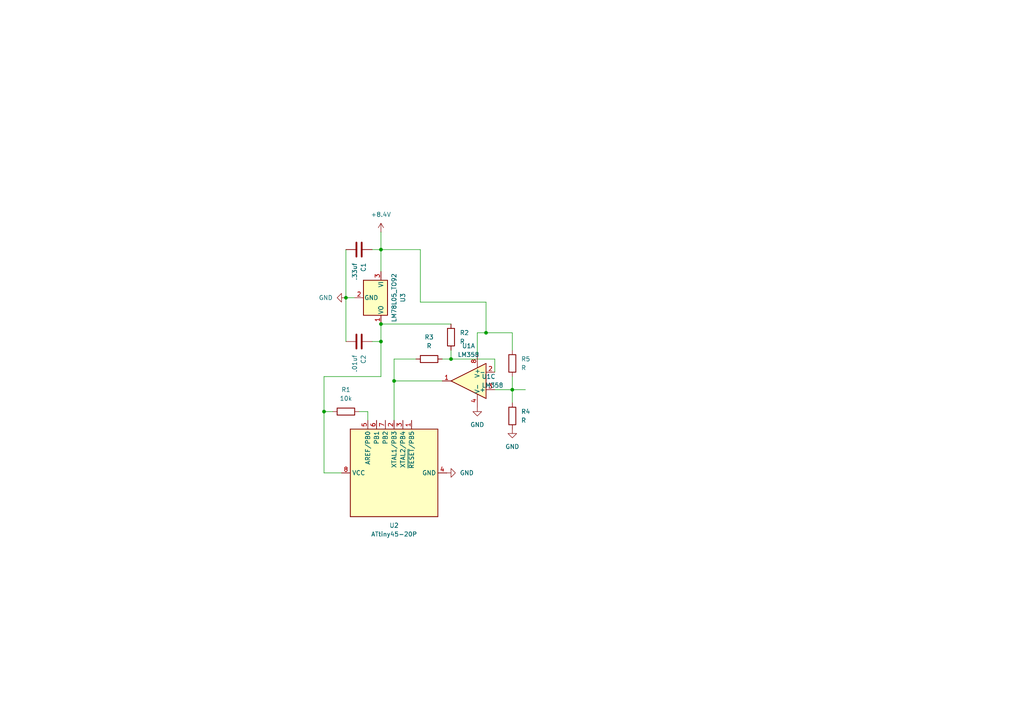
<source format=kicad_sch>
(kicad_sch (version 20231120) (generator "eeschema") (generator_version "8.0")
  (paper "A4")
  (lib_symbols
    (symbol "Amplifier_Operational:LM358" (pin_names (offset 0.127))
      (property "Reference" "U" (at 0 5.08 0))
      (property "Value" "LM358" (at 0 -5.08 0))
      (symbol "LM358_1_1"
        (polyline (pts (xy -5.08 5.08) (xy 5.08 0) (xy -5.08 -5.08) (xy -5.08 5.08)) (stroke (width 0.254)) (fill (type background)))
        (pin output line (at 7.62 0 180) (length 2.54) (name "~") (number "1"))
        (pin input line (at -7.62 -2.54 0) (length 2.54) (name "-") (number "2"))
        (pin input line (at -7.62 2.54 0) (length 2.54) (name "+") (number "3"))
      )
      (symbol "LM358_2_1"
        (polyline (pts (xy -5.08 5.08) (xy 5.08 0) (xy -5.08 -5.08) (xy -5.08 5.08)) (stroke (width 0.254)) (fill (type background)))
        (pin input line (at -7.62 2.54 0) (length 2.54) (name "+") (number "5"))
        (pin input line (at -7.62 -2.54 0) (length 2.54) (name "-") (number "6"))
        (pin output line (at 7.62 0 180) (length 2.54) (name "~") (number "7"))
      )
      (symbol "LM358_3_1"
        (pin power_in line (at -2.54 -7.62 90) (length 3.81) (name "V-") (number "4"))
        (pin power_in line (at -2.54 7.62 270) (length 3.81) (name "V+") (number "8"))
      )
    )
    (symbol "Device:C" (pin_numbers hide) (pin_names (offset 0.254))
      (property "Reference" "C" (at 0.635 2.54 0))
      (property "Value" "C" (at 0.635 -2.54 0))
      (symbol "C_0_1"
        (polyline (pts (xy -2.032 -0.762) (xy 2.032 -0.762)) (stroke (width 0.508)))
        (polyline (pts (xy -2.032 0.762) (xy 2.032 0.762)) (stroke (width 0.508)))
      )
      (symbol "C_1_1"
        (pin passive line (at 0 3.81 270) (length 2.794) (name "~") (number "1"))
        (pin passive line (at 0 -3.81 90) (length 2.794) (name "~") (number "2"))
      )
    )
    (symbol "Device:R" (pin_numbers hide) (pin_names (offset 0))
      (property "Reference" "R" (at 2.032 0 90))
      (property "Value" "R" (at 0 0 90))
      (symbol "R_0_1"
        (rectangle (start -1.016 -2.54) (end 1.016 2.54) (stroke (width 0.254)))
      )
      (symbol "R_1_1"
        (pin passive line (at 0 3.81 270) (length 1.27) (name "~") (number "1"))
        (pin passive line (at 0 -3.81 90) (length 1.27) (name "~") (number "2"))
      )
    )
    (symbol "LM358_1" (pin_names (offset 0.127))
      (property "Reference" "U" (at 0 5.08 0))
      (property "Value" "LM358" (at 0 -5.08 0))
      (symbol "LM358_1_1_1"
        (polyline (pts (xy -5.08 5.08) (xy 5.08 0) (xy -5.08 -5.08) (xy -5.08 5.08)) (stroke (width 0.254)) (fill (type background)))
        (pin output line (at 7.62 0 180) (length 2.54) (name "~") (number "1"))
        (pin input line (at -7.62 -2.54 0) (length 2.54) (name "-") (number "2"))
        (pin input line (at -7.62 2.54 0) (length 2.54) (name "+") (number "3"))
      )
      (symbol "LM358_1_2_1"
        (polyline (pts (xy -5.08 5.08) (xy 5.08 0) (xy -5.08 -5.08) (xy -5.08 5.08)) (stroke (width 0.254)) (fill (type background)))
        (pin input line (at -7.62 2.54 0) (length 2.54) (name "+") (number "5"))
        (pin input line (at -7.62 -2.54 0) (length 2.54) (name "-") (number "6"))
        (pin output line (at 7.62 0 180) (length 2.54) (name "~") (number "7"))
      )
      (symbol "LM358_1_3_1"
        (pin power_in line (at -2.54 -7.62 90) (length 3.81) (name "V-") (number "4"))
        (pin power_in line (at -2.54 7.62 270) (length 3.81) (name "V+") (number "8"))
      )
    )
    (symbol "MCU_Microchip_ATtiny:ATtiny45-20P"
      (property "Reference" "U" (at -12.7 13.97 0))
      (property "Value" "ATtiny45-20P" (at 2.54 -13.97 0))
      (symbol "ATtiny45-20P_0_1"
        (rectangle (start -12.7 -12.7) (end 12.7 12.7) (stroke (width 0.254)) (fill (type background)))
      )
      (symbol "ATtiny45-20P_1_1"
        (pin bidirectional line (at 15.24 -5.08 180) (length 2.54) (name "~{RESET}/PB5") (number "1"))
        (pin bidirectional line (at 15.24 0 180) (length 2.54) (name "XTAL1/PB3") (number "2"))
        (pin bidirectional line (at 15.24 -2.54 180) (length 2.54) (name "XTAL2/PB4") (number "3"))
        (pin power_in line (at 0 -15.24 90) (length 2.54) (name "GND") (number "4"))
        (pin bidirectional line (at 15.24 7.62 180) (length 2.54) (name "AREF/PB0") (number "5"))
        (pin bidirectional line (at 15.24 5.08 180) (length 2.54) (name "PB1") (number "6"))
        (pin bidirectional line (at 15.24 2.54 180) (length 2.54) (name "PB2") (number "7"))
        (pin power_in line (at 0 15.24 270) (length 2.54) (name "VCC") (number "8"))
      )
    )
    (symbol "Regulator_Linear:LM78L05_TO92" (pin_names (offset 0.254))
      (property "Reference" "U" (at -3.81 3.175 0))
      (property "Value" "LM78L05_TO92" (at 0 3.175 0))
      (symbol "LM78L05_TO92_0_1"
        (rectangle (start -5.08 -5.08) (end 5.08 1.905) (stroke (width 0.254)) (fill (type background)))
      )
      (symbol "LM78L05_TO92_1_1"
        (pin power_out line (at 7.62 0 180) (length 2.54) (name "VO") (number "1"))
        (pin power_in line (at 0 -7.62 90) (length 2.54) (name "GND") (number "2"))
        (pin power_in line (at -7.62 0 0) (length 2.54) (name "VI") (number "3"))
      )
    )
    (symbol "power:+8V" (power) (pin_numbers hide) (pin_names (offset 0) hide)
      (property "Value" "+8V" (at 0 3.556 0))
      (symbol "+8V_0_1"
        (polyline (pts (xy -0.762 1.27) (xy 0 2.54)))
        (polyline (pts (xy 0 0) (xy 0 2.54)))
        (polyline (pts (xy 0 2.54) (xy 0.762 1.27)))
      )
      (symbol "+8V_1_1"
        (pin power_in line (at 0 0 90) (length 0) (name "~") (number "1"))
      )
    )
    (symbol "power:GND" (power) (pin_numbers hide) (pin_names (offset 0) hide)
      (property "Value" "GND" (at 0 -3.81 0))
      (symbol "GND_0_1"
        (polyline (pts (xy 0 0) (xy 0 -1.27) (xy 1.27 -1.27) (xy 0 -2.54) (xy -1.27 -1.27) (xy 0 -1.27)))
      )
      (symbol "GND_1_1"
        (pin power_in line (at 0 0 270) (length 0) (name "~") (number "1"))
      )
    )
  )
  (junction (at 114.3 110.49))
  (junction (at 100.33 86.36))
  (junction (at 130.81 104.14))
  (junction (at 110.49 99.06))
  (junction (at 148.59 113.03))
  (junction (at 93.98 119.38))
  (junction (at 110.49 93.98))
  (junction (at 140.97 96.52))
  (junction (at 110.49 72.39))
  (wire (pts (xy 110.49 72.39) (xy 107.95 72.39)))
  (wire (pts (xy 110.49 78.74) (xy 110.49 72.39)))
  (wire (pts (xy 100.33 86.36) (xy 100.33 99.06)))
  (wire (pts (xy 110.49 109.22) (xy 93.98 109.22)))
  (wire (pts (xy 93.98 109.22) (xy 93.98 119.38)))
  (wire (pts (xy 140.97 96.52) (xy 148.59 96.52)))
  (wire (pts (xy 130.81 101.6) (xy 130.81 104.14)))
  (wire (pts (xy 128.27 104.14) (xy 130.81 104.14)))
  (wire (pts (xy 104.14 119.38) (xy 106.68 119.38)))
  (wire (pts (xy 102.87 86.36) (xy 100.33 86.36)))
  (wire (pts (xy 148.59 96.52) (xy 148.59 101.6)))
  (wire (pts (xy 110.49 93.98) (xy 110.49 99.06)))
  (wire (pts (xy 128.27 110.49) (xy 114.3 110.49)))
  (wire (pts (xy 143.51 104.14) (xy 143.51 107.95)))
  (wire (pts (xy 93.98 119.38) (xy 96.52 119.38)))
  (wire (pts (xy 93.98 137.16) (xy 99.06 137.16)))
  (wire (pts (xy 140.97 87.63) (xy 140.97 96.52)))
  (wire (pts (xy 110.49 72.39) (xy 121.92 72.39)))
  (wire (pts (xy 121.92 72.39) (xy 121.92 87.63)))
  (wire (pts (xy 110.49 93.98) (xy 130.81 93.98)))
  (wire (pts (xy 106.68 119.38) (xy 106.68 121.92)))
  (wire (pts (xy 93.98 119.38) (xy 93.98 137.16)))
  (wire (pts (xy 114.3 110.49) (xy 114.3 121.92)))
  (wire (pts (xy 130.81 104.14) (xy 143.51 104.14)))
  (wire (pts (xy 120.65 104.14) (xy 114.3 104.14)))
  (wire (pts (xy 148.59 113.03) (xy 148.59 116.84)))
  (wire (pts (xy 143.51 113.03) (xy 148.59 113.03)))
  (wire (pts (xy 148.59 109.22) (xy 148.59 113.03)))
  (wire (pts (xy 138.43 102.87) (xy 138.43 96.52)))
  (wire (pts (xy 114.3 104.14) (xy 114.3 110.49)))
  (wire (pts (xy 148.59 113.03) (xy 152.4 113.03)))
  (wire (pts (xy 138.43 96.52) (xy 140.97 96.52)))
  (wire (pts (xy 110.49 99.06) (xy 110.49 109.22)))
  (wire (pts (xy 100.33 72.39) (xy 100.33 86.36)))
  (wire (pts (xy 110.49 67.31) (xy 110.49 72.39)))
  (wire (pts (xy 121.92 87.63) (xy 140.97 87.63)))
  (wire (pts (xy 110.49 99.06) (xy 107.95 99.06)))
  (symbol (lib_id "power:GND") (at 138.43 118.11 0) (unit 1)
    (property "Reference" "#PWR01" (effects (hide yes)))
    (property "Value" "GND" (at 138.43 123.19 0))
    (property "Description" "Power symbol creates a global label with name \"GND\" , ground" (effects (hide yes)))
  )
  (symbol (lib_id "power:GND") (at 129.54 137.16 90) (unit 1)
    (property "Reference" "#PWR05" (effects (hide yes)))
    (property "Value" "GND" (at 133.35 137.1599 90) (effects (justify right)))
    (property "Description" "Power symbol creates a global label with name \"GND\" , ground" (effects (hide yes)))
  )
  (symbol (lib_id "Device:R") (at 148.59 105.41 180) (unit 1)
    (property "Reference" "R5" (at 151.13 104.1399 0) (effects (justify right)))
    (property "Value" "R" (at 151.13 106.6799 0) (effects (justify right)))
    (property "Description" "Resistor" (effects (hide yes)))
  )
  (symbol (lib_id "power:+8V") (at 110.49 67.31 0) (unit 1)
    (property "Reference" "#PWR04" (effects (hide yes)))
    (property "Value" "+8.4V" (at 110.49 62.23 0))
    (property "Description" "Power symbol creates a global label with name \"+8V\"" (effects (hide yes)))
  )
  (symbol (lib_id "Device:C") (at 104.14 72.39 270) (unit 1)
    (property "Reference" "C1" (at 105.4101 76.2 0) (effects (justify left)))
    (property "Value" ".33uf" (at 102.8701 76.2 0) (effects (justify left)))
    (property "Description" "Unpolarized capacitor" (effects (hide yes)))
  )
  (symbol (lib_id "power:GND") (at 148.59 124.46 0) (unit 1)
    (property "Reference" "#PWR03" (effects (hide yes)))
    (property "Value" "GND" (at 148.59 129.54 0))
    (property "Description" "Power symbol creates a global label with name \"GND\" , ground" (effects (hide yes)))
  )
  (symbol (lib_id "Device:R") (at 148.59 120.65 0) (unit 1)
    (property "Reference" "R4" (at 151.13 119.3799 0) (effects (justify left)))
    (property "Value" "R" (at 151.13 121.9199 0) (effects (justify left)))
    (property "Description" "Resistor" (effects (hide yes)))
  )
  (symbol (lib_id "power:GND") (at 100.33 86.36 270) (unit 1)
    (property "Reference" "#PWR02" (effects (hide yes)))
    (property "Value" "GND" (at 96.52 86.3599 90) (effects (justify right)))
    (property "Description" "Power symbol creates a global label with name \"GND\" , ground" (effects (hide yes)))
  )
  (symbol (lib_id "Device:R") (at 130.81 97.79 0) (unit 1)
    (property "Reference" "R2" (at 133.35 96.5199 0) (effects (justify left)))
    (property "Value" "R" (at 133.35 99.0599 0) (effects (justify left)))
    (property "Description" "Resistor" (effects (hide yes)))
  )
  (symbol (lib_id "Regulator_Linear:LM78L05_TO92") (at 110.49 86.36 270) (unit 1)
    (property "Reference" "U3" (at 116.84 86.36 0))
    (property "Value" "LM78L05_TO92" (at 114.3 86.36 0))
    (property "Footprint" "Package_TO_SOT_THT:TO-92_Inline" (effects (hide yes)))
    (property "Datasheet" "https://www.onsemi.com/pub/Collateral/MC78L06A-D.pdf" (effects (hide yes)))
    (property "Description" "Positive 100mA 30V Linear Regulator, Fixed Output 5V, TO-92" (effects (hide yes)))
  )
  (symbol (lib_name "LM358_1") (lib_id "Amplifier_Operational:LM358") (at 140.97 110.49 0) (unit 3)
    (property "Reference" "U1" (at 139.7 109.2199 0) (effects (justify left)))
    (property "Value" "LM358" (at 139.7 111.7599 0) (effects (justify left)))
    (property "Datasheet" "http://www.ti.com/lit/ds/symlink/lm2904-n.pdf" (effects (hide yes)))
    (property "Description" "Low-Power, Dual Operational Amplifiers, DIP-8/SOIC-8/TO-99-8" (effects (hide yes)))
  )
  (symbol (lib_id "MCU_Microchip_ATtiny:ATtiny45-20P") (at 114.3 137.16 90) (unit 1)
    (property "Reference" "U2" (at 114.3 152.4 90))
    (property "Value" "ATtiny45-20P" (at 114.3 154.94 90))
    (property "Footprint" "Package_DIP:DIP-8_W7.62mm" (effects (hide yes)))
    (property "Datasheet" "http://ww1.microchip.com/downloads/en/DeviceDoc/atmel-2586-avr-8-bit-microcontroller-attiny25-attiny45-attiny85_datasheet.pdf" (effects (hide yes)))
    (property "Description" "20MHz, 4kB Flash, 256B SRAM, 256B EEPROM, debugWIRE, DIP-8" (effects (hide yes)))
  )
  (symbol (lib_id "Device:R") (at 124.46 104.14 90) (unit 1)
    (property "Reference" "R3" (at 124.46 97.79 90))
    (property "Value" "R" (at 124.46 100.33 90))
    (property "Description" "Resistor" (effects (hide yes)))
  )
  (symbol (lib_id "Device:C") (at 104.14 99.06 90) (unit 1)
    (property "Reference" "C2" (at 105.4101 102.87 0) (effects (justify right)))
    (property "Value" ".01uf" (at 102.8701 102.87 0) (effects (justify right)))
    (property "Description" "Unpolarized capacitor" (effects (hide yes)))
  )
  (symbol (lib_id "Device:R") (at 100.33 119.38 90) (unit 1)
    (property "Reference" "R1" (at 100.33 113.03 90))
    (property "Value" "10k" (at 100.33 115.57 90))
    (property "Description" "Resistor" (effects (hide yes)))
  )
  (symbol (lib_id "Amplifier_Operational:LM358") (at 135.89 110.49 180) (unit 1)
    (property "Reference" "U1" (at 135.89 100.33 0))
    (property "Value" "LM358" (at 135.89 102.87 0))
    (property "Datasheet" "http://www.ti.com/lit/ds/symlink/lm2904-n.pdf" (effects (hide yes)))
    (property "Description" "Low-Power, Dual Operational Amplifiers, DIP-8/SOIC-8/TO-99-8" (effects (hide yes)))
  )
)
</source>
